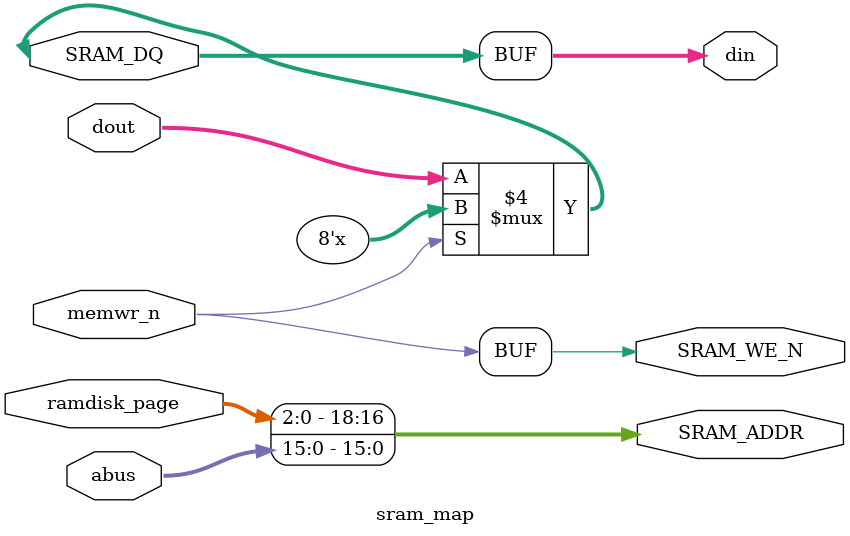
<source format=v>

`default_nettype none

module sram_map(SRAM_ADDR, SRAM_DQ, SRAM_WE_N, memwr_n, abus, dout, din, ramdisk_page);
//output [17:0] 	SRAM_ADDR;
output [18:0] 	SRAM_ADDR;
//inout  reg[15:0] 	SRAM_DQ;
inout  reg[7:0] 	SRAM_DQ;
output 			SRAM_WE_N;
//output 			SRAM_UB_N;
//output 			SRAM_LB_N;
input			memwr_n;
input  [15:0]	abus;
input  [7:0]	dout;
output [7:0]	din;
input  [2:0]	ramdisk_page;

//input	[17:0]	jtag_addr;
//input	[15:0]	jtag_din;
//output	[15:0]	jtag_do = SRAM_DQ;//16'hc3e0;//
//input			jtag_jtag;
//input			jtag_nwe;




//assign SRAM_ADDR = jtag_jtag ? jtag_addr : {ramdisk_page, abus[15:1]};
assign SRAM_ADDR = {ramdisk_page, abus[15:0]};

//assign SRAM_UB_N = jtag_jtag ? 1'b0 : ~abus[0];
//assign SRAM_LB_N = jtag_jtag ? 1'b0 : abus[0];
//assign SRAM_WE_N = jtag_jtag ? jtag_nwe : memwr_n;
assign SRAM_WE_N = memwr_n;

always 
//	if (jtag_jtag & ~jtag_nwe) 
//		SRAM_DQ[15:0] <= jtag_din;
//	else if (~memwr_n)
	if (~memwr_n)
//		SRAM_DQ[15:0] <= abus[0] ? {dout, 8'bZZZZZZZZ} : {8'bZZZZZZZZ, dout};
		SRAM_DQ[7:0] <= dout;
	else
//		SRAM_DQ[15:0] <= 16'bZZZZZZZZZZZZZZZZ;
		SRAM_DQ[7:0] <= 8'bZZZZZZZZ;
	
//assign din = abus[0] ? SRAM_DQ[15:8] : SRAM_DQ[7:0];
assign din = SRAM_DQ[7:0];

endmodule

// $Id: sram_map.v 209 2008-01-17 22:35:23Z svofski $
</source>
